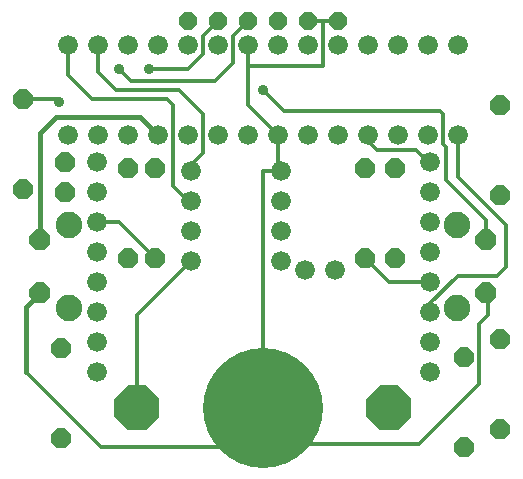
<source format=gbr>
G04 EAGLE Gerber RS-274X export*
G75*
%MOMM*%
%FSLAX34Y34*%
%LPD*%
%INTop Copper*%
%IPPOS*%
%AMOC8*
5,1,8,0,0,1.08239X$1,22.5*%
G01*
%ADD10P,4.123906X8X202.500000*%
%ADD11C,10.160000*%
%ADD12C,1.676400*%
%ADD13P,1.924489X8X112.500000*%
%ADD14C,2.247900*%
%ADD15P,1.924489X8X292.500000*%
%ADD16P,1.814519X8X112.500000*%
%ADD17P,1.814519X8X292.500000*%
%ADD18P,1.649562X8X292.500000*%
%ADD19C,0.304800*%
%ADD20C,0.406400*%
%ADD21C,0.906400*%


D10*
X106680Y-119380D03*
X-106680Y-119380D03*
D11*
X0Y-119380D03*
D12*
X-141000Y-88900D03*
X-141000Y-63500D03*
X-141000Y-38100D03*
X-141000Y-12700D03*
X-141000Y12700D03*
X-141000Y38100D03*
X-141000Y63500D03*
X-141000Y88900D03*
X141000Y88900D03*
X141000Y63500D03*
X141000Y38100D03*
X141000Y12700D03*
X141000Y-12700D03*
X141000Y-38100D03*
X141000Y-63500D03*
X141000Y-88900D03*
X35560Y-2540D03*
X60960Y-2540D03*
X-165100Y111760D03*
X-139700Y111760D03*
X-114300Y111760D03*
X-88900Y111760D03*
X-63500Y111760D03*
X-38100Y111760D03*
X-12700Y111760D03*
X12700Y111760D03*
X38100Y111760D03*
X63500Y111760D03*
X88900Y111760D03*
X114300Y111760D03*
X139700Y111760D03*
X165100Y111760D03*
X165100Y187960D03*
X139700Y187960D03*
X114300Y187960D03*
X88900Y187960D03*
X63500Y187960D03*
X38100Y187960D03*
X12700Y187960D03*
X-12700Y187960D03*
X-38100Y187960D03*
X-63500Y187960D03*
X-88900Y187960D03*
X-114300Y187960D03*
X-139700Y187960D03*
X-165100Y187960D03*
D13*
X188976Y-22606D03*
X188976Y22606D03*
D14*
X164084Y-35052D03*
X164084Y35052D03*
D15*
X-188976Y22606D03*
X-188976Y-22606D03*
D14*
X-164084Y35052D03*
X-164084Y-35052D03*
D16*
X-203200Y66040D03*
X-203200Y142240D03*
D12*
X15240Y5080D03*
X15240Y30480D03*
X-60960Y30480D03*
X-60960Y5080D03*
X15240Y55880D03*
X15240Y81280D03*
X-60960Y55880D03*
X-60960Y81280D03*
D16*
X-171232Y-144780D03*
X-171232Y-68580D03*
D17*
X86360Y83820D03*
X86360Y7620D03*
D16*
X170180Y-152400D03*
X170180Y-76200D03*
D17*
X111760Y83820D03*
X111760Y7620D03*
X-91440Y83820D03*
X-91440Y7620D03*
X-114300Y83820D03*
X-114300Y7620D03*
X200660Y137160D03*
X200660Y60960D03*
D16*
X200660Y-137160D03*
X200660Y-60960D03*
D18*
X63500Y208280D03*
X38100Y208280D03*
X12700Y208280D03*
X-12700Y208280D03*
X-38100Y208280D03*
X-63500Y208280D03*
D16*
X-167640Y63500D03*
X-167640Y88900D03*
D19*
X-12700Y137160D02*
X-12700Y187960D01*
X-12700Y137160D02*
X12700Y111760D01*
X0Y-116840D02*
X0Y-119380D01*
X0Y81280D02*
X15240Y81280D01*
X0Y81280D02*
X0Y-119380D01*
X12700Y83820D02*
X12700Y111760D01*
X12700Y83820D02*
X15240Y81280D01*
X-200406Y-89154D02*
X-137160Y-152400D01*
X-35560Y-152400D01*
X0Y-121920D02*
X0Y-119380D01*
X-5080Y-121920D02*
X-35560Y-152400D01*
X-5080Y-121920D02*
X0Y-121920D01*
X182880Y-99060D02*
X182880Y-48260D01*
X182880Y-99060D02*
X132080Y-149860D01*
X30480Y-149860D01*
X0Y-119380D01*
X38100Y208280D02*
X50800Y208280D01*
X63500Y208280D01*
X-12700Y187960D02*
X-12700Y170180D01*
X50800Y170180D01*
X50800Y208280D01*
D20*
X-200406Y-34036D02*
X-200406Y-89154D01*
X-200406Y-34036D02*
X-188976Y-22606D01*
D19*
X182880Y-48260D02*
X190500Y-40640D01*
X190500Y-24130D01*
X188976Y-22606D01*
X-106680Y-40640D02*
X-106680Y-119380D01*
X-106680Y-40640D02*
X-60960Y5080D01*
X-175260Y142240D02*
X-203200Y142240D01*
X-175260Y142240D02*
X-172720Y139700D01*
D21*
X-172720Y139700D03*
D19*
X-139700Y165100D02*
X-124460Y149860D01*
X-139700Y165100D02*
X-139700Y187960D01*
X-124460Y149860D02*
X-71120Y149860D01*
X-50800Y129540D01*
X-50800Y96520D01*
X-60960Y81280D02*
X-60960Y78740D01*
X-60960Y86360D02*
X-50800Y96520D01*
X-60960Y86360D02*
X-60960Y81280D01*
X-144780Y142240D02*
X-165100Y162560D01*
X-165100Y187960D01*
X-144780Y142240D02*
X-81280Y142240D01*
X-76200Y137160D01*
X-76200Y68580D01*
X-63500Y55880D01*
X-60960Y55880D01*
X88900Y106680D02*
X88900Y111760D01*
X88900Y106680D02*
X96520Y99060D01*
X129540Y99060D01*
X141000Y88900D02*
X142240Y88900D01*
X139700Y88900D02*
X129540Y99060D01*
X139700Y88900D02*
X141000Y88900D01*
X165100Y76200D02*
X165100Y111760D01*
X165100Y76200D02*
X205740Y35560D01*
X205740Y0D01*
X198120Y-7620D01*
X165100Y-7620D01*
X140730Y-31990D01*
X141000Y-31990D01*
X141000Y-38100D01*
X-141000Y38100D02*
X-142240Y38100D01*
X-121920Y38100D02*
X-91440Y7620D01*
X-121920Y38100D02*
X-141000Y38100D01*
X141000Y-12700D02*
X142240Y-12700D01*
X106680Y-12700D02*
X86360Y7620D01*
X106680Y-12700D02*
X141000Y-12700D01*
X-63500Y167640D02*
X-96520Y167640D01*
X-63500Y167640D02*
X-50800Y180340D01*
X-50800Y195580D01*
X-38100Y208280D01*
D21*
X-96520Y167640D03*
D19*
X-111760Y157480D02*
X-121920Y167640D01*
X-111760Y157480D02*
X-40640Y157480D01*
X-25400Y172720D01*
X-25400Y195580D01*
X-12700Y208280D01*
D21*
X-121920Y167640D03*
D20*
X-188976Y113284D02*
X-188976Y22606D01*
X-188976Y113284D02*
X-175260Y127000D01*
X-104140Y127000D01*
X-88900Y111760D01*
D19*
X188976Y39624D02*
X188976Y22606D01*
X188976Y39624D02*
X154940Y73660D01*
X154940Y101600D01*
X152400Y104140D01*
X152400Y129540D01*
X149860Y132080D01*
X17780Y132080D01*
X0Y149860D01*
D21*
X0Y149860D03*
M02*

</source>
